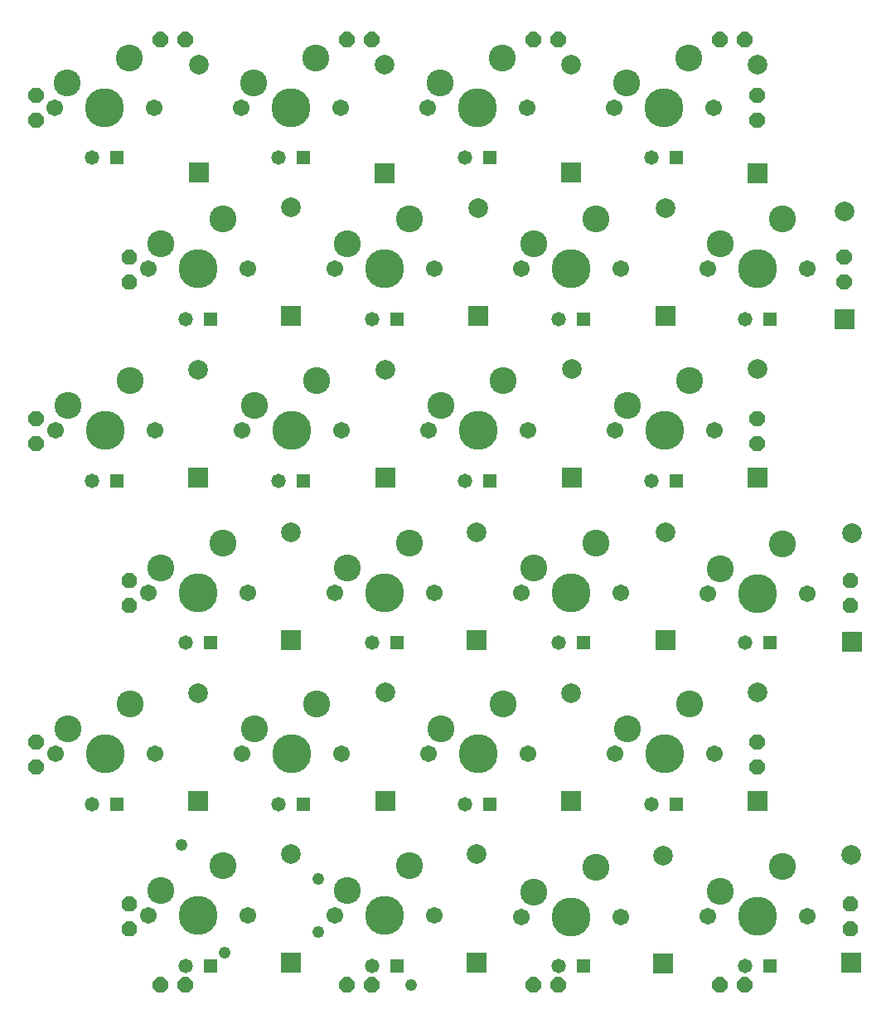
<source format=gts>
G04 DipTrace 2.1.9.2*
%INTopMask.gbr*%
%MOMM*%
%ADD10C,0.25*%
%ADD11C,0.14*%
%ADD12C,0.076*%
%ADD13C,0.762*%
%ADD14C,2.54*%
%ADD15R,1.8X1.8*%
%ADD16C,1.8*%
%ADD17C,1.27*%
%ADD18R,1.27X1.27*%
%ADD19C,1.016*%
%ADD20C,0.483*%
%ADD21C,3.988*%
%ADD22C,1.702*%
%ADD23C,1.499*%
%ADD24C,1.2*%
%ADD25C,0.711*%
%ADD26C,0.9*%
%ADD27C,0.203*%
%ADD28C,1.219*%
%ADD29C,0.813*%
%ADD30R,1.473X1.473*%
%ADD31R,1.067X1.067*%
%ADD32C,1.473*%
%ADD33C,1.067*%
%ADD34C,2.003*%
%ADD35C,1.597*%
%ADD36R,2.003X2.003*%
%ADD37R,1.597X1.597*%
%ADD38C,2.743*%
%ADD39C,2.337*%
%ADD40C,0.196*%
%ADD41C,0.353*%
%ADD42C,0.275*%
%FSLAX53Y53*%
%SFA1B1*%
%OFA0B0*%
G04*
G71*
G90*
G75*
G01*
%LNTopMask*%
%LPD*%
D28*
X39599Y1270D3*
X20523Y4521D3*
X30135Y6630D3*
Y12078D3*
X16105Y15507D3*
D38*
X4445Y93345D3*
X10795Y95885D3*
D21*
X8255Y90805D3*
D22*
X3175D3*
X13335D3*
D38*
X23495Y93345D3*
X29845Y95885D3*
D21*
X27305Y90805D3*
D22*
X22225D3*
X32385D3*
D38*
X42545Y93345D3*
X48895Y95885D3*
D21*
X46355Y90805D3*
D22*
X41275D3*
X51435D3*
D38*
X61595Y93345D3*
X67945Y95885D3*
D21*
X65405Y90805D3*
D22*
X60325D3*
X70485D3*
D36*
X17907Y84201D3*
D34*
Y95251D3*
D36*
X36894Y84138D3*
D34*
Y95188D3*
D36*
X55944Y84201D3*
D34*
Y95251D3*
D36*
X74993Y84138D3*
D34*
Y95188D3*
D38*
X13970Y76898D3*
X20320Y79439D3*
D21*
X17780Y74359D3*
D22*
X12700D3*
X22860D3*
D38*
X33084Y76898D3*
X39434Y79439D3*
D21*
X36894Y74359D3*
D22*
X31814D3*
X41974D3*
D38*
X52134Y76898D3*
X58483Y79439D3*
D21*
X55944Y74359D3*
D22*
X50864D3*
X61024D3*
D38*
X71183Y76898D3*
X77534Y79439D3*
D21*
X74993Y74359D3*
D22*
X69913D3*
X80074D3*
D36*
X27305Y69596D3*
D34*
Y80646D3*
D36*
X46419Y69533D3*
D34*
Y80582D3*
D36*
X65596Y69533D3*
D34*
Y80582D3*
D36*
X83820Y69215D3*
D34*
Y80265D3*
D38*
X4509Y60389D3*
X10859Y62929D3*
D21*
X8319Y57849D3*
D22*
X3239D3*
X13399D3*
D38*
X23558Y60389D3*
X29909Y62929D3*
D21*
X27369Y57849D3*
D22*
X22288D3*
X32449D3*
D38*
X42608Y60389D3*
X48959Y62929D3*
D21*
X46419Y57849D3*
D22*
X41339D3*
X51499D3*
D38*
X61659Y60389D3*
X68009Y62929D3*
D21*
X65469Y57849D3*
D22*
X60389D3*
X70549D3*
D36*
X17780Y53023D3*
D34*
Y64073D3*
D36*
X36957Y53023D3*
D34*
Y64073D3*
D36*
X56007Y53086D3*
D34*
Y64136D3*
D36*
X74993Y53086D3*
D34*
Y64136D3*
D38*
X13970Y43815D3*
X20320Y46355D3*
D21*
X17780Y41275D3*
D22*
X12700D3*
X22860D3*
D38*
X33084Y43815D3*
X39434Y46355D3*
D21*
X36894Y41275D3*
D22*
X31814D3*
X41974D3*
D38*
X52134Y43815D3*
X58483Y46355D3*
D21*
X55944Y41275D3*
D22*
X50864D3*
X61024D3*
D38*
X71183Y43752D3*
X77534Y46292D3*
D21*
X74993Y41212D3*
D22*
X69913D3*
X80074D3*
D36*
X27305Y36449D3*
D34*
Y47499D3*
D36*
X46292Y36449D3*
D34*
Y47499D3*
D36*
X65532Y36449D3*
D34*
Y47499D3*
D36*
X84582Y36322D3*
D34*
Y47372D3*
D38*
X4509Y27369D3*
X10859Y29909D3*
D21*
X8319Y24829D3*
D22*
X3239D3*
X13399D3*
D38*
X23558Y27369D3*
X29909Y29909D3*
D21*
X27369Y24829D3*
D22*
X22288D3*
X32449D3*
D38*
X42608Y27369D3*
X48959Y29909D3*
D21*
X46419Y24829D3*
D22*
X41339D3*
X51499D3*
D38*
X61659Y27369D3*
X68009Y29909D3*
D21*
X65469Y24829D3*
D22*
X60389D3*
X70549D3*
D36*
X17844Y20002D3*
D34*
Y31053D3*
D36*
X36957Y20066D3*
D34*
Y31116D3*
D36*
X55944Y20002D3*
D34*
Y31053D3*
D36*
X74993Y20066D3*
D34*
Y31116D3*
D38*
X13970Y10859D3*
X20320Y13399D3*
D21*
X17780Y8319D3*
D22*
X12700D3*
X22860D3*
D38*
X33084Y10859D3*
X39434Y13399D3*
D21*
X36894Y8319D3*
D22*
X31814D3*
X41974D3*
D38*
X52070Y10732D3*
X58420Y13272D3*
D21*
X55880Y8191D3*
D22*
X50800D3*
X60960D3*
D38*
X71120Y10795D3*
X77470Y13335D3*
D21*
X74930Y8255D3*
D22*
X69850D3*
X80010D3*
D36*
X27305Y3556D3*
D34*
Y14606D3*
D36*
X46292Y3556D3*
D34*
Y14606D3*
D36*
X65342Y3429D3*
D34*
Y14479D3*
D36*
X84519Y3493D3*
D34*
Y14542D3*
D32*
X6985Y85725D3*
D30*
X9525D3*
D32*
X26035D3*
D30*
X28575D3*
D32*
X45085D3*
D30*
X47625D3*
D32*
X64135D3*
D30*
X66675D3*
D32*
X16510Y69215D3*
D30*
X19050D3*
D32*
X35560D3*
D30*
X38100D3*
D32*
X54610D3*
D30*
X57150D3*
D32*
X73660D3*
D30*
X76200D3*
D32*
X6985Y52705D3*
D30*
X9525D3*
D32*
X26035D3*
D30*
X28575D3*
D32*
X45085D3*
D30*
X47625D3*
D32*
X64135D3*
D30*
X66675D3*
D32*
X16510Y36195D3*
D30*
X19050D3*
D32*
X35560D3*
D30*
X38100D3*
D32*
X54610D3*
D30*
X57150D3*
D32*
X73660D3*
D30*
X76200D3*
D32*
X6985Y19685D3*
D30*
X9525D3*
D32*
X26035D3*
D30*
X28575D3*
D32*
X45085D3*
D30*
X47625D3*
D32*
X64135D3*
D30*
X66675D3*
D32*
X16510Y3175D3*
D30*
X19050D3*
D32*
X35560D3*
D30*
X38100D3*
D32*
X54610D3*
D30*
X57150D3*
D32*
X73660D3*
D30*
X76200D3*
G36*
X1599Y91281D2*
X941D1*
X476Y91746D1*
Y92404D1*
X941Y92869D1*
X1599D1*
X2064Y92404D1*
Y91746D1*
X1599Y91281D1*
G37*
G36*
X84149Y74771D2*
X83491D1*
X83026Y75236D1*
Y75894D1*
X83491Y76359D1*
X84149D1*
X84614Y75894D1*
Y75236D1*
X84149Y74771D1*
G37*
G36*
X1599Y88741D2*
X941D1*
X476Y89206D1*
Y89864D1*
X941Y90329D1*
X1599D1*
X2064Y89864D1*
Y89206D1*
X1599Y88741D1*
G37*
G36*
X75259Y91281D2*
X74601D1*
X74136Y91746D1*
Y92404D1*
X74601Y92869D1*
X75259D1*
X75724Y92404D1*
Y91746D1*
X75259Y91281D1*
G37*
G36*
Y88741D2*
X74601D1*
X74136Y89206D1*
Y89864D1*
X74601Y90329D1*
X75259D1*
X75724Y89864D1*
Y89206D1*
X75259Y88741D1*
G37*
G36*
X84149Y72231D2*
X83491D1*
X83026Y72696D1*
Y73354D1*
X83491Y73819D1*
X84149D1*
X84614Y73354D1*
Y72696D1*
X84149Y72231D1*
G37*
G36*
X75259Y58261D2*
X74601D1*
X74136Y58726D1*
Y59384D1*
X74601Y59849D1*
X75259D1*
X75724Y59384D1*
Y58726D1*
X75259Y58261D1*
G37*
G36*
Y55721D2*
X74601D1*
X74136Y56186D1*
Y56844D1*
X74601Y57309D1*
X75259D1*
X75724Y56844D1*
Y56186D1*
X75259Y55721D1*
G37*
G36*
X84784Y41751D2*
X84126D1*
X83661Y42216D1*
Y42874D1*
X84126Y43339D1*
X84784D1*
X85249Y42874D1*
Y42216D1*
X84784Y41751D1*
G37*
G36*
Y39211D2*
X84126D1*
X83661Y39676D1*
Y40334D1*
X84126Y40799D1*
X84784D1*
X85249Y40334D1*
Y39676D1*
X84784Y39211D1*
G37*
G36*
X75259Y25241D2*
X74601D1*
X74136Y25706D1*
Y26364D1*
X74601Y26829D1*
X75259D1*
X75724Y26364D1*
Y25706D1*
X75259Y25241D1*
G37*
G36*
Y22701D2*
X74601D1*
X74136Y23166D1*
Y23824D1*
X74601Y24289D1*
X75259D1*
X75724Y23824D1*
Y23166D1*
X75259Y22701D1*
G37*
G36*
X84784Y8731D2*
X84126D1*
X83661Y9196D1*
Y9854D1*
X84126Y10319D1*
X84784D1*
X85249Y9854D1*
Y9196D1*
X84784Y8731D1*
G37*
G36*
Y6191D2*
X84126D1*
X83661Y6656D1*
Y7314D1*
X84126Y7779D1*
X84784D1*
X85249Y7314D1*
Y6656D1*
X84784Y6191D1*
G37*
G36*
X14299Y96996D2*
X13641D1*
X13176Y97461D1*
Y98119D1*
X13641Y98584D1*
X14299D1*
X14764Y98119D1*
Y97461D1*
X14299Y96996D1*
G37*
G36*
X16839D2*
X16181D1*
X15716Y97461D1*
Y98119D1*
X16181Y98584D1*
X16839D1*
X17304Y98119D1*
Y97461D1*
X16839Y96996D1*
G37*
G36*
X33349D2*
X32691D1*
X32226Y97461D1*
Y98119D1*
X32691Y98584D1*
X33349D1*
X33814Y98119D1*
Y97461D1*
X33349Y96996D1*
G37*
G36*
X35889D2*
X35231D1*
X34766Y97461D1*
Y98119D1*
X35231Y98584D1*
X35889D1*
X36354Y98119D1*
Y97461D1*
X35889Y96996D1*
G37*
G36*
X52399D2*
X51741D1*
X51276Y97461D1*
Y98119D1*
X51741Y98584D1*
X52399D1*
X52864Y98119D1*
Y97461D1*
X52399Y96996D1*
G37*
G36*
X54939D2*
X54281D1*
X53816Y97461D1*
Y98119D1*
X54281Y98584D1*
X54939D1*
X55404Y98119D1*
Y97461D1*
X54939Y96996D1*
G37*
G36*
X71449D2*
X70791D1*
X70326Y97461D1*
Y98119D1*
X70791Y98584D1*
X71449D1*
X71914Y98119D1*
Y97461D1*
X71449Y96996D1*
G37*
G36*
X73989D2*
X73331D1*
X72866Y97461D1*
Y98119D1*
X73331Y98584D1*
X73989D1*
X74454Y98119D1*
Y97461D1*
X73989Y96996D1*
G37*
G36*
X71449Y476D2*
X70791D1*
X70326Y941D1*
Y1599D1*
X70791Y2064D1*
X71449D1*
X71914Y1599D1*
Y941D1*
X71449Y476D1*
G37*
G36*
X73989D2*
X73331D1*
X72866Y941D1*
Y1599D1*
X73331Y2064D1*
X73989D1*
X74454Y1599D1*
Y941D1*
X73989Y476D1*
G37*
G36*
X54939D2*
X54281D1*
X53816Y941D1*
Y1599D1*
X54281Y2064D1*
X54939D1*
X55404Y1599D1*
Y941D1*
X54939Y476D1*
G37*
G36*
X52399D2*
X51741D1*
X51276Y941D1*
Y1599D1*
X51741Y2064D1*
X52399D1*
X52864Y1599D1*
Y941D1*
X52399Y476D1*
G37*
G36*
X35889D2*
X35231D1*
X34766Y941D1*
Y1599D1*
X35231Y2064D1*
X35889D1*
X36354Y1599D1*
Y941D1*
X35889Y476D1*
G37*
G36*
X33349D2*
X32691D1*
X32226Y941D1*
Y1599D1*
X32691Y2064D1*
X33349D1*
X33814Y1599D1*
Y941D1*
X33349Y476D1*
G37*
G36*
X16839D2*
X16181D1*
X15716Y941D1*
Y1599D1*
X16181Y2064D1*
X16839D1*
X17304Y1599D1*
Y941D1*
X16839Y476D1*
G37*
G36*
X14299D2*
X13641D1*
X13176Y941D1*
Y1599D1*
X13641Y2064D1*
X14299D1*
X14764Y1599D1*
Y941D1*
X14299Y476D1*
G37*
G36*
X11124Y74771D2*
X10466D1*
X10001Y75236D1*
Y75894D1*
X10466Y76359D1*
X11124D1*
X11589Y75894D1*
Y75236D1*
X11124Y74771D1*
G37*
G36*
Y72231D2*
X10466D1*
X10001Y72696D1*
Y73354D1*
X10466Y73819D1*
X11124D1*
X11589Y73354D1*
Y72696D1*
X11124Y72231D1*
G37*
G36*
X1599Y58261D2*
X941D1*
X476Y58726D1*
Y59384D1*
X941Y59849D1*
X1599D1*
X2064Y59384D1*
Y58726D1*
X1599Y58261D1*
G37*
G36*
Y55721D2*
X941D1*
X476Y56186D1*
Y56844D1*
X941Y57309D1*
X1599D1*
X2064Y56844D1*
Y56186D1*
X1599Y55721D1*
G37*
G36*
X11124Y41751D2*
X10466D1*
X10001Y42216D1*
Y42874D1*
X10466Y43339D1*
X11124D1*
X11589Y42874D1*
Y42216D1*
X11124Y41751D1*
G37*
G36*
Y39211D2*
X10466D1*
X10001Y39676D1*
Y40334D1*
X10466Y40799D1*
X11124D1*
X11589Y40334D1*
Y39676D1*
X11124Y39211D1*
G37*
G36*
X1599Y25241D2*
X941D1*
X476Y25706D1*
Y26364D1*
X941Y26829D1*
X1599D1*
X2064Y26364D1*
Y25706D1*
X1599Y25241D1*
G37*
G36*
Y22701D2*
X941D1*
X476Y23166D1*
Y23824D1*
X941Y24289D1*
X1599D1*
X2064Y23824D1*
Y23166D1*
X1599Y22701D1*
G37*
G36*
X11124Y8731D2*
X10466D1*
X10001Y9196D1*
Y9854D1*
X10466Y10319D1*
X11124D1*
X11589Y9854D1*
Y9196D1*
X11124Y8731D1*
G37*
G36*
Y6191D2*
X10466D1*
X10001Y6656D1*
Y7314D1*
X10466Y7779D1*
X11124D1*
X11589Y7314D1*
Y6656D1*
X11124Y6191D1*
G37*
M02*

</source>
